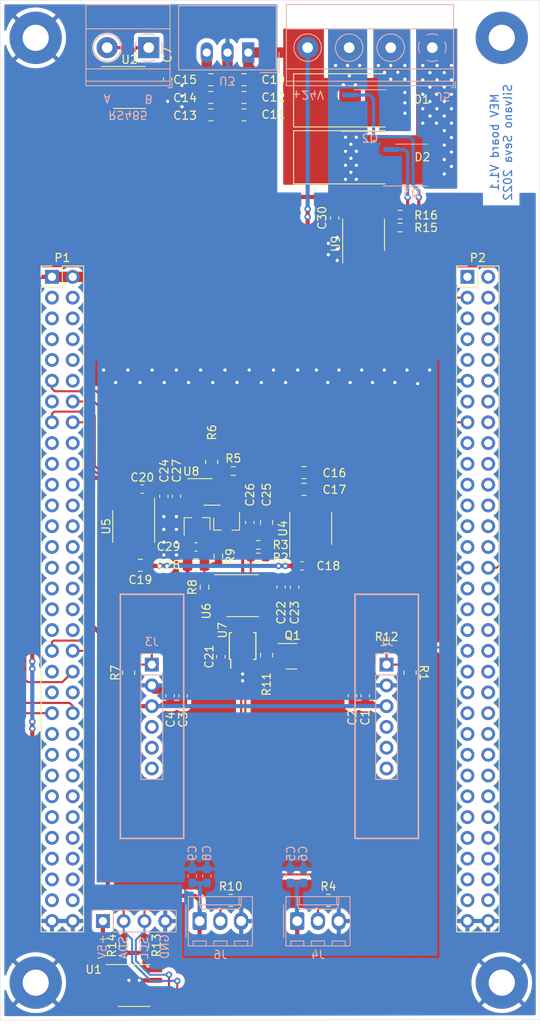
<source format=kicad_pcb>
(kicad_pcb (version 20211014) (generator pcbnew)
  (layers (0 "F.Cu" signal) (31 "B.Cu" signal) (34 "B.Paste" user) (35 "F.Paste" user) (36 "B.SilkS" user "B.Silkscreen") (37 "F.SilkS" user "F.Silkscreen") (38 "B.Mask" user) (39 "F.Mask" user) (44 "Edge.Cuts" user))
  (net 0 "")
  (net 1 "+5V")
  (net 2 "GND")
  (net 3 "Net-(C25-Pad1)")
  (net 4 "Net-(C26-Pad1)")
  (net 5 "Net-(C28-Pad1)")
  (net 6 "Net-(C29-Pad1)")
  (net 7 "+12V")
  (net 8 "+5VA")
  (net 9 "/Analog input stage/AIN_4")
  (net 11 "+24V")
  (net 12 "/High power outputs/HPO1")
  (net 13 "/High power outputs/HPO2")
  (net 16 "/Analog input stage/AIN_2")
  (net 17 "/Analog input stage/AIN_1")
  (net 21 "Net-(Q2-Pad4)")
  (net 22 "Net-(J7-Pad1)")
  (net 23 "Net-(J7-Pad2)")
  (net 24 "Net-(Q1-Pad1)")
  (net 25 "/Analog input stage/AIN_3")
  (net 32 "Net-(Q3-Pad4)")
  (net 34 "/Analog input stage/DOUT")
  (net 35 "Net-(R2-Pad2)")
  (net 37 "/MCU/SCL_1")
  (net 38 "/MCU/SDA_1")
  (net 41 "/Analog input stage/SCLK")
  (net 42 "/Analog input stage/~{CS}")
  (net 46 "Net-(R5-Pad1)")
  (net 47 "Net-(R8-Pad2)")
  (net 48 "/MCU/RS485_RXD")
  (net 49 "/MCU/RS485_TE\\~{RE}")
  (net 50 "/MCU/RS485_TXD")
  (net 52 "/Analog input stage/DIN")
  (net 58 "/High power outputs/CMD1")
  (net 59 "/High power outputs/CMD2")
  (net 84 "/MCU/PWM_OUT")
  (net 109 "/MCU/DAC_OUT")
  (net 149 "Net-(R15-Pad2)")
  (net 150 "/Analog input stage/CMD")
  (net 151 "/Analog input stage/SEL")
  (net 152 "Net-(R16-Pad2)")
  (net 157 "Net-(U6-Pad3)")
  (net 158 "Net-(U6-Pad5)")
  (footprint "Capacitor_SMD:C_0603_1608Metric_Pad1.08x0.95mm_HandSolder" (layer "F.Cu") (at 114.1476 51.0275 -90)
    (fp_text reference "C7")
    (fp_text value "100nF")
  )
  (footprint "Capacitor_SMD:C_0805_2012Metric_Pad1.18x1.45mm_HandSolder" (layer "F.Cu") (at 126.2285 105.238 90)
    (fp_text reference "C25")
    (fp_text value "330nF")
  )
  (footprint "Capacitor_SMD:C_0603_1608Metric_Pad1.08x0.95mm_HandSolder" (layer "F.Cu") (at 128.0055 113.1415 90)
    (fp_text reference "C22")
    (fp_text value "100nF")
  )
  (footprint "Capacitor_SMD:C_0603_1608Metric_Pad1.08x0.95mm_HandSolder" (layer "F.Cu") (at 129.6565 113.1755 -90)
    (fp_text reference "C23")
    (fp_text value "1μF")
  )
  (footprint "Capacitor_SMD:C_0805_2012Metric_Pad1.18x1.45mm_HandSolder" (layer "F.Cu") (at 130.8155 99.147699 180)
    (fp_text reference "C16")
    (fp_text value "4.7μF")
  )
  (footprint "Capacitor_SMD:C_0805_2012Metric_Pad1.18x1.45mm_HandSolder" (layer "F.Cu") (at 130.8155 101.205099 180)
    (fp_text reference "C17")
    (fp_text value "330nF")
  )
  (footprint "Capacitor_SMD:C_0805_2012Metric_Pad1.18x1.45mm_HandSolder" (layer "F.Cu") (at 123.4705 51.127601)
    (fp_text reference "C10")
    (fp_text value "4.7μF")
  )
  (footprint "Capacitor_SMD:C_0805_2012Metric_Pad1.18x1.45mm_HandSolder" (layer "F.Cu") (at 123.4705 53.2892)
    (fp_text reference "C12")
    (fp_text value "4.7μF")
  )
  (footprint "Capacitor_SMD:C_0603_1608Metric_Pad1.08x0.95mm_HandSolder" (layer "F.Cu") (at 130.5855 110.5535 180)
    (fp_text reference "C18")
    (fp_text value "100nF")
  )
  (footprint "Capacitor_SMD:C_0805_2012Metric_Pad1.18x1.45mm_HandSolder" (layer "F.Cu") (at 110.802 110.476099)
    (fp_text reference "C19")
    (fp_text value "330nF")
  )
  (footprint "Capacitor_SMD:C_0805_2012Metric_Pad1.18x1.45mm_HandSolder" (layer "F.Cu") (at 119.428 55.4228 180)
    (fp_text reference "C13")
    (fp_text value "10μF")
  )
  (footprint "Capacitor_SMD:C_0805_2012Metric_Pad1.18x1.45mm_HandSolder" (layer "F.Cu") (at 119.428 53.2892 180)
    (fp_text reference "C14")
    (fp_text value "10μF")
  )
  (footprint "Capacitor_SMD:C_0603_1608Metric_Pad1.08x0.95mm_HandSolder" (layer "F.Cu") (at 111.032 101.169099)
    (fp_text reference "C20")
    (fp_text value "100nF")
  )
  (footprint "Capacitor_SMD:C_0805_2012Metric_Pad1.18x1.45mm_HandSolder" (layer "F.Cu") (at 119.428 51.127601 180)
    (fp_text reference "C15")
    (fp_text value "10μF")
  )
  (footprint "Capacitor_SMD:C_0603_1608Metric_Pad1.08x0.95mm_HandSolder" (layer "F.Cu") (at 134.5692 68.0268 -90)
    (fp_text reference "C30")
    (fp_text value "100nF")
  )
  (footprint "Resistor_SMD:R_0805_2012Metric_Pad1.20x1.40mm_HandSolder" (layer "F.Cu") (at 143.789 123.6095 90)
    (fp_text reference "R1")
    (fp_text value "10kΩ")
  )
  (footprint "Resistor_SMD:R_0603_1608Metric_Pad0.98x0.95mm_HandSolder" (layer "F.Cu") (at 111.3028 156.9466 -90)
    (fp_text reference "R13")
    (fp_text value "4.7kΩ")
  )
  (footprint "Resistor_SMD:R_0603_1608Metric_Pad0.98x0.95mm_HandSolder" (layer "F.Cu") (at 108.7628 156.9466 -90)
    (fp_text reference "R14")
    (fp_text value "4.7kΩ")
  )
  (footprint "Resistor_SMD:R_0603_1608Metric_Pad0.98x0.95mm_HandSolder" (layer "F.Cu") (at 142.5721 69.1896 180)
    (fp_text reference "R15")
    (fp_text value "100Ω")
  )
  (footprint "Resistor_SMD:R_0603_1608Metric_Pad0.98x0.95mm_HandSolder" (layer "F.Cu") (at 142.5721 67.6148 180)
    (fp_text reference "R16")
    (fp_text value "100Ω")
  )
  (footprint "Package_SO:SOIC-8_3.9x4.9mm_P1.27mm" (layer "F.Cu") (at 109.474 52.07)
    (fp_text reference "U2")
    (fp_text value "ST485EBDR")
  )
  (footprint "Package_SO:SOIC-8_3.9x4.9mm_P1.27mm" (layer "F.Cu") (at 123.3065 114.1915)
    (fp_text reference "U6")
    (fp_text value "LM358")
  )
  (footprint "Package_SO:SOIC-8_3.9x4.9mm_P1.27mm" (layer "F.Cu") (at 131.6355 105.9815 90)
    (fp_text reference "U4")
    (fp_text value "L78L12_SO8")
  )
  (footprint "Package_SO:SOIC-8_3.9x4.9mm_P1.27mm" (layer "F.Cu") (at 109.982 105.7275 -90)
    (fp_text reference "U5")
    (fp_text value "L78L05_SO8")
  )
  (footprint "Package_SO:SOIC-8_3.9x4.9mm_P1.27mm" (layer "F.Cu") (at 138.0998 70.0768 90)
    (fp_text reference "U9")
    (fp_text value "FAN3217")
  )
  (footprint "Connector_PinHeader_2.54mm:PinHeader_2x32_P2.54mm_Vertical" (layer "F.Cu") (at 99.99 75.22)
    (fp_text reference "P1")
    (fp_text value " ")
  )
  (footprint "Connector_PinHeader_2.54mm:PinHeader_2x32_P2.54mm_Vertical" (layer "F.Cu") (at 150.8 75.22)
    (fp_text reference "P2")
    (fp_text value " ")
  )
  (footprint "Diode_SMD:D_SMC_Handsoldering" (layer "F.Cu") (at 136.34 60.6044)
    (fp_text reference "D2")
    (fp_text value "RS3J R7")
  )
  (footprint "Diode_SMD:D_SMC_Handsoldering" (layer "F.Cu") (at 136.34 53.6448)
    (fp_text reference "D1")
    (fp_text value "RS3J R7")
  )
  (footprint "Capacitor_SMD:C_0603_1608Metric_Pad1.08x0.95mm_HandSolder" (layer "F.Cu") (at 115.213 102.0455 -90)
    (fp_text reference "C27")
    (fp_text value "1μF")
  )
  (footprint "Package_TO_SOT_SMD:SOT-23" (layer "F.Cu") (at 121.3485 105.418 -90)
    (fp_text reference "D3" hide)
    (fp_text value "BAT54S")
  )
  (footprint "Capacitor_SMD:C_0603_1608Metric_Pad1.08x0.95mm_HandSolder" (layer "F.Cu") (at 113.673 102.0455 -90)
    (fp_text reference "C24")
    (fp_text value "100nF")
  )
  (footprint "Capacitor_SMD:C_0603_1608Metric_Pad1.08x0.95mm_HandSolder" (layer "F.Cu") (at 117.607 108.238 180)
    (fp_text reference "C29")
    (fp_text value "100nF")
  )
  (footprint "Capacitor_SMD:C_0603_1608Metric_Pad1.08x0.95mm_HandSolder" (layer "F.Cu") (at 124.1885 105.238 90)
    (fp_text reference "C26")
    (fp_text value "100nF")
  )
  (footprint "Package_SO:VSSOP-8_3.0x3.0mm_P0.65mm" (layer "F.Cu") (at 119.5685 101.508)
    (fp_text reference "U8")
    (fp_text value "ADC122S021")
  )
  (footprint "Resistor_SMD:R_0805_2012Metric_Pad1.20x1.40mm_HandSolder" (layer "F.Cu") (at 119.5225 97.8408 90)
    (fp_text reference "R6")
    (fp_text value "dnm")
  )
  (footprint "Resistor_SMD:R_0603_1608Metric_Pad0.98x0.95mm_HandSolder" (layer "F.Cu") (at 122.1641 98.9584 180)
    (fp_text reference "R5")
    (fp_text value "100Ω")
  )
  (footprint "Resistor_SMD:R_0603_1608Metric_Pad0.98x0.95mm_HandSolder" (layer "F.Cu") (at 125.2085 107.988)
    (fp_text reference "R3")
    (fp_text value "39kΩ")
  )
  (footprint "Resistor_SMD:R_0603_1608Metric_Pad0.98x0.95mm_HandSolder" (layer "F.Cu") (at 120.3405 109.347 -90)
    (fp_text reference "R9")
    (fp_text value "39kΩ")
  )
  (footprint "Resistor_SMD:R_0603_1608Metric_Pad0.98x0.95mm_HandSolder" (layer "F.Cu") (at 125.2085 109.528 180)
    (fp_text reference "R2")
    (fp_text value "15kΩ")
  )
  (footprint "Resistor_SMD:R_0603_1608Metric_Pad0.98x0.95mm_HandSolder" (layer "F.Cu") (at 118.6445 113.157 -90)
    (fp_text reference "R8")
    (fp_text value "15kΩ")
  )
  (footprint "Package_TO_SOT_SMD:SOT-23" (layer "F.Cu") (at 117.737 105.418 90)
    (fp_text reference "D4" hide)
    (fp_text value "BAT54S")
  )
  (footprint "Capacitor_SMD:C_0805_2012Metric_Pad1.18x1.45mm_HandSolder" (layer "F.Cu") (at 117.607 110.4265 180)
    (fp_text reference "C28")
    (fp_text value "330nF")
  )
  (footprint "Capacitor_SMD:C_0805_2012Metric_Pad1.18x1.45mm_HandSolder" (layer "F.Cu") (at 123.4705 55.4228)
    (fp_text reference "C11")
    (fp_text value "4.7μF")
  )
  (footprint "MountingHole:MountingHole_3.2mm_M3_Pad_TopBottom" (layer "F.Cu") (at 155 46)
    (fp_text reference "H1" hide)
    (fp_text value " ")
  )
  (footprint "MountingHole:MountingHole_3.2mm_M3_Pad_TopBottom" (layer "F.Cu") (at 98 46)
    (fp_text reference "H2" hide)
    (fp_text value " ")
  )
  (footprint "MountingHole:MountingHole_3.2mm_M3_Pad_TopBottom" (layer "F.Cu") (at 155 161.5)
    (fp_text reference "H3" hide)
    (fp_text value " ")
  )
  (footprint "MountingHole:MountingHole_3.2mm_M3_Pad_TopBottom" (layer "F.Cu") (at 98 161.5)
    (fp_text reference "H4" hide)
    (fp_text value " ")
  )
  (footprint "Package_SO:SOIC-8_3.9x4.9mm_P1.27mm" (layer "F.Cu") (at 110.0328 161.8488)
    (fp_text reference "U1")
    (fp_text value "M24C01-FMN")
  )
  (footprint "Capacitor_SMD:C_0603_1608Metric_Pad1.08x0.95mm_HandSolder" (layer "F.Cu") (at 120.65 121.651 90)
    (fp_text reference "C21")
    (fp_text value "100nF")
  )
  (footprint "Resistor_SMD:R_0603_1608Metric_Pad0.98x0.95mm_HandSolder" (layer "F.Cu") (at 140.9065 120.6525)
    (fp_text reference "R12")
    (fp_text value "4.7kΩ")
  )
  (footprint "Capacitor_SMD:C_0603_1608Metric_Pad1.08x0.95mm_HandSolder" (layer "F.Cu") (at 114.452 126.4285 90)
    (fp_text reference "C4")
    (fp_text value "1μF")
  )
  (footprint "Resistor_SMD:R_0805_2012Metric_Pad1.20x1.40mm_HandSolder" (layer "F.Cu") (at 121.8565 151.4475 180)
    (fp_text reference "R10")
    (fp_text value "10kΩ")
  )
  (footprint "Resistor_SMD:R_0805_2012Metric_Pad1.20x1.40mm_HandSolder" (layer "F.Cu") (at 126.238 121.451 90)
    (fp_text reference "R11")
    (fp_text value "10kΩ")
  )
  (footprint "Package_TO_SOT_SMD:SOT-23" (layer "F.Cu") (at 129.286 121.6025)
    (fp_text reference "Q1")
    (fp_text value "MMBT3904")
  )
  (footprint "Capacitor_SMD:C_0603_1608Metric_Pad1.08x0.95mm_HandSolder" (layer "F.Cu") (at 136.7405 126.4285 90)
    (fp_text reference "C2")
    (fp_text value "1μF")
  )
  (footprint "Resistor_SMD:R_0805_2012Metric_Pad1.20x1.40mm_HandSolder" (layer "F.Cu") (at 133.7945 151.4475 180)
    (fp_text reference "R4")
    (fp_text value "10kΩ")
  )
  (footprint "Capacitor_SMD:C_0603_1608Metric_Pad1.08x0.95mm_HandSolder" (layer "F.Cu") (at 138.304 126.4285 -90)
    (fp_text reference "C1")
    (fp_text value "10nF")
  )
  (footprint "Package_SO:TSSOP-10_3x3mm_P0.5mm" (layer "F.Cu") (at 123.3065 120.351 90)
    (fp_text reference "U7")
    (fp_text value "74LVC2G3157")
  )
  (footprint "Resistor_SMD:R_0805_2012Metric_Pad1.20x1.40mm_HandSolder" (layer "F.Cu") (at 109.372 123.6185 90)
    (fp_text reference "R7")
    (fp_text value "10kΩ")
  )
  (footprint "Capacitor_SMD:C_0603_1608Metric_Pad1.08x0.95mm_HandSolder" (layer "F.Cu") (at 116.0395 126.4285 -90)
    (fp_text reference "C3")
    (fp_text value "10nF")
  )
  (footprint "TerminalBlock_Phoenix:TerminalBlock_Phoenix_MKDS-1,5-2-5.08_1x02_P5.08mm_Horizontal" (layer "B.Cu") (at 111.8235 47.2 180)
    (fp_text reference "J7" hide)
    (fp_text value " ")
  )
  (footprint "Package_SO:SOIC-8_3.9x4.9mm_P1.27mm" (layer "B.Cu") (at 138.8815 54.9021)
    (fp_text reference "Q2")
    (fp_text value "DMN4800LSS")
  )
  (footprint "Package_SO:SOIC-8_3.9x4.9mm_P1.27mm" (layer "B.Cu") (at 143.9615 61.5569)
    (fp_text reference "Q3")
    (fp_text value "DMN4800LSS")
  )
  (footprint "Converter_DCDC:Converter_DCDC_TRACO_TSR-1_THT" (layer "B.Cu") (at 124 47.8 180)
    (fp_text reference "U3")
    (fp_text value "TSR_1-2450")
  )
  (footprint "Connector_PinHeader_2.54mm:PinHeader_1x04_P2.54mm_Vertical" (layer "B.Cu") (at 106.222798 153.9748 -90)
    (fp_text reference "J2" hide)
    (fp_text value " ")
  )
  (footprint "TerminalBlock_Phoenix:TerminalBlock_Phoenix_MKDS-1,5-4-5.08_1x04_P5.08mm_Horizontal" (layer "B.Cu") (at 146.5 47.2 180)
    (fp_text reference "J5")
    (fp_text value " ")
  )
  (footprint "Connector_PinSocket_2.54mm:PinSocket_1x06_P2.54mm_Vertical" (layer "B.Cu") (at 140.9065 122.6185 180)
    (fp_text reference "J1")
    (fp_text value " ")
  )
  (footprint "Capacitor_SMD:C_0603_1608Metric_Pad1.08x0.95mm_HandSolder" (layer "B.Cu") (at 118.9415 148.463 -90)
    (fp_text reference "C8")
    (fp_text value "10nF")
  )
  (footprint "Capacitor_SMD:C_0603_1608Metric_Pad1.08x0.95mm_HandSolder" (layer "B.Cu") (at 129.135 148.463 -90)
    (fp_text reference "C5")
    (fp_text value "10nF")
  )
  (footprint "Capacitor_SMD:C_0603_1608Metric_Pad1.08x0.95mm_HandSolder" (layer "B.Cu") (at 130.7465 148.463 90)
    (fp_text reference "C6")
    (fp_text value "1μF")
  )
  (footprint "Connector_Molex:Molex_KK-254_AE-6410-03A_1x03_P2.54mm_Vertical" (layer "B.Cu") (at 118.0465 153.9748)
    (fp_text reference "J6")
    (fp_text value " ")
  )
  (footprint "Connector_PinSocket_2.54mm:PinSocket_1x06_P2.54mm_Vertical" (layer "B.Cu") (at 112.2045 122.6185 180)
    (fp_text reference "J3")
    (fp_text value " ")
  )
  (footprint "Connector_Molex:Molex_KK-254_AE-6410-03A_1x03_P2.54mm_Vertical" (layer "B.Cu") (at 129.9845 153.9748)
    (fp_text reference "J4")
    (fp_text value " ")
  )
  (footprint "Capacitor_SMD:C_0603_1608Metric_Pad1.08x0.95mm_HandSolder" (layer "B.Cu") (at 117.1575 148.463 90)
    (fp_text reference "C9")
    (fp_text value "1μF")
  )
  (gr_rect (start 108.3545 143.8685) (end 116.1045 114.0185) (layer "B.SilkS") (width 0.2) (fill none))
  (gr_rect (start 137.0565 143.8685) (end 144.8065 114.0185) (layer "B.SilkS") (width 0.2) (fill none))
  (gr_line (start 93.66 166.1) (end 93.66 41.4) (layer "Edge.Cuts") (width 0.05))
  (gr_line (start 159.66 41.4) (end 159.66 166) (layer "Edge.Cuts") (width 0.05))
  (gr_line (start 159.66 166) (end 93.66 166.1) (layer "Edge.Cuts") (width 0.05))
  (gr_line (start 93.66 41.4) (end 159.66 41.4) (layer "Edge.Cuts") (width 0.05))
  (gr_text "MEV board V1.1\nSilvano Seva 2022\n" (at 154.9325 58.7756 90) (layer "B.Cu") (effects (font (size 1 1)) (justify mirror)))
  (gr_text "SDA" (at 108.6953 157.218047 90) (layer "B.SilkS") (effects (font (size 1 1)) (justify mirror)))
  (gr_text "B" (at 111.8235 53.467 180) (layer "B.SilkS") (effects (font (size 1 1)) (justify mirror)))
  (gr_text "RS485" (at 109.2785 55.4355 180) (layer "B.SilkS") (effects (font (size 1 1)) (justify mirror)))
  (gr_text "+24V" (at 131.2545 52.959 180) (layer "B.SilkS") (effects (font (size 1 1)) (justify mirror)))
  (gr_text "+5V" (at 106.1553 157.099 90) (layer "B.SilkS") (effects (font (size 1 1)) (justify mirror)))
  (gr_text "SCL" (at 111.2353 157.241857 90) (layer "B.SilkS") (effects (font (size 1 1)) (justify mirror)))
  (gr_text "GND" (at 113.7753 157.099 90) (layer "B.SilkS") (effects (font (size 1 1)) (justify mirror)))
  (gr_text "A" (at 106.743501 53.4035 180) (layer "B.SilkS") (effects (font (size 1 1)) (justify mirror)))
  (segment (start 97.5868 123.1392) (end 97.5868 123.1392) (width 0.508) (layer "F.Cu") (net 1))
  (segment (start 97.5868 122.2248) (end 97.5868 123.1392) (width 0.508) (layer "F.Cu") (net 1))
  (segment (start 118.618 65.4558) (end 118.3905 65.2283) (width 0.508) (layer "F.Cu") (net 1))
  (segment (start 111.3028 159.7152) (end 111.3028 157.8591) (width 0.508) (layer "F.Cu") (net 1))
  (segment (start 138.7348 66.0654) (end 138.1252 65.4558) (width 0.508) (layer "F.Cu") (net 1))
  (segment (start 98.1096 75.22) (end 97.5868 75.7428) (width 0.508) (layer "F.Cu") (net 1))
  (segment (start 111.5314 159.9438) (end 111.3028 159.7152) (width 0.508) (layer "F.Cu") (net 1))
  (segment (start 118.3905 55.4228) (end 118.3905 53.2892) (width 1.27) (layer "F.Cu") (net 1))
  (segment (start 118.3905 74.5479) (end 117.7184 75.22) (width 1.27) (layer "F.Cu") (net 1))
  (segment (start 106.2101 156.337) (end 106.2228 156.3497) (width 0.508) (layer "F.Cu") (net 1))
  (segment (start 108.7628 157.8591) (end 106.4495 157.8591) (width 0.508) (layer "F.Cu") (net 1))
  (segment (start 117.7184 75.22) (end 102.53 75.22) (width 1.27) (layer "F.Cu") (net 1))
  (segment (start 138.7348 67.6018) (end 138.7348 66.0654) (width 0.508) (layer "F.Cu") (net 1))
  (segment (start 97.5868 129.5908) (end 97.5868 130.4544) (width 0.508) (layer "F.Cu") (net 1))
  (segment (start 118.3905 51.127601) (end 118.3905 50.1639) (width 1.27) (layer "F.Cu") (net 1))
  (segment (start 134.5692 67.1643) (end 134.5692 65.4558) (width 0.508) (layer "F.Cu") (net 1))
  (segment (start 97.5868 155.8163) (end 98.1075 156.337) (width 0.508) (layer "F.Cu") (net 1))
  (segment (start 97.5868 75.7428) (end 97.5868 122.2248) (width 0.508) (layer "F.Cu") (net 1))
  (segment (start 118.3905 64.0345) (end 118.3905 57.0219) (width 0.508) (layer "F.Cu") (net 1))
  (segment (start 134.5692 65.4558) (end 118.618 65.4558) (width 0.508) (layer "F.Cu") (net 1))
  (segment (start 118.3905 55.4228) (end 118.3905 65.2283) (width 1.27) (layer "F.Cu") (net 1))
  (segment (start 138.1252 65.4558) (end 134.5692 65.4558) (width 0.508) (layer "F.Cu") (net 1))
  (segment (start 97.5868 154.6733) (end 97.5868 155.8163) (width 0.508) (layer "F.Cu") (net 1))
  (segment (start 118.3894 50.165) (end 118.3905 50.1639) (width 0.381) (layer "F.Cu") (net 1))
  (segment (start 118.3905 65.2283) (end 118.3905 74.5479) (width 1.27) (layer "F.Cu") (net 1))
  (segment (start 98.1075 156.337) (end 106.2101 156.337) (width 0.508) (layer "F.Cu") (net 1))
  (segment (start 99.99 75.22) (end 98.1096 75.22) (width 0.508) (layer "F.Cu") (net 1))
  (segment (start 118.3905 53.2892) (end 118.3905 51.127601) (width 1.27) (layer "F.Cu") (net 1))
  (segment (start 118.3905 50.1639) (end 118.92 49.6344) (width 1.27) (layer "F.Cu") (net 1))
  (segment (start 106.2228 153.9748) (end 106.2228 156.3497) (width 0.508) (layer "F.Cu") (net 1))
  (segment (start 102.53 75.22) (end 99.99 75.22) (width 1.27) (layer "F.Cu") (net 1))
  (segment (start 106.2228 157.6324) (end 106.4495 157.8591) (width 0.508) (layer "F.Cu") (net 1))
  (segment (start 112.5078 159.9438) (end 111.5314 159.9438) (width 0.508) (layer "F.Cu") (net 1))
  (segment (start 118.3905 55.4228) (end 118.3905 57.0219) (width 1.27) (layer "F.Cu") (net 1))
  (segment (start 111.949 50.165) (end 114.1476 50.165) (width 0.381) (layer "F.Cu") (net 1))
  (segment (start 97.5868 130.4544) (end 97.5868 154.6733) (width 0.508) (layer "F.Cu") (net 1))
  (segment (start 114.1476 50.165) (end 118.3894 50.165) (width 0.381) (layer "F.Cu") (net 1))
  (segment (start 106.2228 156.3497) (end 106.2228 157.6324) (width 0.508) (layer "F.Cu") (net 1))
  (segment (start 118.92 49.6344) (end 118.92 47.8) (width 1.27) (layer "F.Cu") (net 1))
  (segment (start 111.3028 157.8591) (end 108.7628 157.8591) (width 0.508) (layer "F.Cu") (net 1))
  (via (at 97.5868 122.2248) (size 0.8) (drill 0.4) (layers "F.Cu" "B.Cu") (net 1))
  (via (at 97.5868 130.4544) (size 0.8) (drill 0.4) (layers "F.Cu" "B.Cu") (net 1))
  (via (at 97.5868 129.5908) (size 0.8) (drill 0.4) (layers "F.Cu" "B.Cu") (net 1))
  (via (at 97.5868 123.1392) (size 0.8) (drill 0.4) (layers "F.Cu" "B.Cu") (net 1))
  (segment (start 97.5868 122.2248) (end 97.5868 129.5908) (width 0.508) (layer "B.Cu") (net 1))
  (segment (start 109.2962 161.2138) (end 107.5578 161.2138) (width 0.508) (layer "F.Cu") (net 2))
  (segment (start 110.4646 161.2138) (end 109.2962 161.2138) (width 0.508) (layer "F.Cu") (net 2))
  (segment (start 112.5078 161.2138) (end 110.4646 161.2138) (width 0.508) (layer "F.Cu") (net 2))
  (segment (start 121.46 47.8) (end 121.46 55.1716) (width 1.27) (layer "F.Cu") (net 2))
  (segment (start 121.666 53.2892) (end 120.4655 53.2892) (width 1.27) (layer "F.Cu") (net 2))
  (segment (start 107.5578 162.4838) (end 107.5578 161.2138) (width 0.508) (layer "F.Cu") (net 2))
  (segment (start 123.3065 123.772) (end 123.3065 124.5975) (width 0.254) (layer "F.Cu") (net 2))
  (segment (start 121.46 55.1716) (end 121.2088 55.4228) (width 1.27) (layer "F.Cu") (net 2))
  (segment (start 107.5578 163.7538) (end 107.5578 162.4838) (width 0.508) (layer "F.Cu") (net 2))
  (segment (start 122.433 53.2892) (end 122.433 51.127601) (width 1.27) (layer "F.Cu") (net 2))
  (segment (start 122.433 53.2892) (end 121.666 53.2892) (width 1.27) (layer "F.Cu") (net 2))
  (segment (start 121.2088 55.4228) (end 122.433 55.4228) (width 1.27) (layer "F.Cu") (net 2))
  (segment (start 117.3685 101.833) (end 116.288 101.833) (width 0.381) (layer "F.Cu") (net 2))
  (segment (start 122.433 55.4228) (end 122.433 53.2892) (width 1.27) (layer "F.Cu") (net 2))
  (segment (start 120.4655 53.2892) (end 120.4655 55.4228) (width 1.27) (layer "F.Cu") (net 2))
  (segment (start 120.4655 51.127601) (end 120.4655 53.2892) (width 1.27) (layer "F.Cu") (net 2))
  (segment (start 123.3065 122.501) (end 123.3065 123.772) (width 0.254) (layer "F.Cu") (net 2))
  (segment (start 120.4655 51.127601) (end 122.433 51.127601) (width 1.27) (layer "F.Cu") (net 2))
  (segment (start 107.5578 159.9438) (end 107.5578 161.2138) (width 0.508) (layer "F.Cu") (net 2))
  (segment (start 112.612 125.566) (end 112.2045 125.1585) (width 1.27) (layer "F.Cu") (net 2))
  (segment (start 116.288 101.833) (end 115.213 102.908) (width 0.381) (layer "F.Cu") (net 2))
  (segment (start 120.4655 55.4228) (end 121.2088 55.4228) (width 1.27) (layer "F.Cu") (net 2))
  (segment (start 114.452 125.566) (end 112.612 125.566) (width 1.27) (layer "F.Cu") (net 2))
  (via (at 134.874 70.4215) (size 0.8) (drill 0.4) (layers "F.Cu" "B.Cu") (net 2))
  (via (at 130.048 86.614) (size 0.8) (drill 0.4) (layers "F.Cu" "B.Cu") (net 2))
  (via (at 110.666133 161.2138) (size 0.8) (drill 0.4) (layers "F.Cu" "B.Cu") (net 2))
  (via (at 137.2108 63.2968) (size 0.8) (drill 0.4) (layers "F.Cu" "B.Cu") (net 2))
  (via (at 141.9225 88.138) (size 0.8) (drill 0.4) (layers "F.Cu" "B.Cu") (net 2))
  (via (at 113.673 107.653666) (size 0.8) (drill 0.4) (layers "F.Cu" "B.Cu") (net 2))
  (via (at 109.267625 86.614) (size 0.8) (drill 0.4) (layers "F.Cu" "B.Cu") (net 2))
  (via (at 136.453033 88.138) (size 0.8) (drill 0.4) (layers "F.Cu" "B.Cu") (net 2))
  (via (at 124.11075 86.614) (size 0.8) (drill 0.4) (layers "F.Cu" "B.Cu") (net 2))
  (via (at 113.673 109.22) (size 0.8) (drill 0.4) (layers "F.Cu" "B.Cu") (net 2))
  (via (at 135.89 58.1533) (size 0.8) (drill 0.4) (layers "F.Cu" "B.Cu") (net 2))
  (via (at 140.6398 86.614) (size 0.8) (drill 0.4) (layers "F.Cu" "B.Cu") (net 2))
  (via (at 121.142125 86.614) (size 0.8) (drill 0.4) (layers "F.Cu" "B.Cu") (net 2))
  (via (at 137.2108 59.8678) (size 0.8) (drill 0.4) (layers "F.Cu" "B.Cu") (net 2))
  (via (at 135.89 63.2968) (size 0.8) (drill 0.4) (layers "F.Cu" "B.Cu") (net 2))
  (via (at 136.5504 60.72505) (size 0.8) (drill 0.4) (layers "F.Cu" "B.Cu") (net 2))
  (via (at 115.8875 53.11775) (size 0.8) (drill 0.4) (layers "F.Cu" "B.Cu") (net 2))
  (via (at 137.2108 61.5823) (size 0.8) (drill 0.4) (layers "F.Cu" "B.Cu") (net 2))
  (via (at 134.6708 49.3776) (size 0.8) (drill 0.4) (layers "F.Cu" "B.Cu") (net 2))
  (via (at 125.595062 88.138) (size 0.8) (drill 0.4) (layers "F.Cu" "B.Cu") (net 2))
  (via (at 106.299 86.614) (size 0.8) (drill 0.4) (layers "F.Cu" "B.Cu") (net 2))
  (via (at 136.36625 50.6476) (size 0.8) (drill 0.4) (layers "F.Cu" "B.Cu") (net 2))
  (via (at 116.689187 88.138) (size 0.8) (drill 0.4) (layers "F.Cu" "B.Cu") (net 2))
  (via (at 135.89 61.5823) (size 0.8) (drill 0.4) (layers "F.Cu" "B.Cu") (net 2))
  (via (at 132.334 86.614) (size 0.8) (drill 0.4) (layers "F.Cu" "B.Cu") (net 2))
  (via (at 118.1735 86.614) (size 0.8) (drill 0.4) (layers "F.Cu" "B.Cu") (net 2))
  (via (at 133.7945 72.517) (size 0.8) (drill 0.4) (layers "F.Cu" "B.Cu") (net 2))
  (via (at 136.5504 59.01055) (size 0.8) (drill 0.4) (layers "F.Cu" "B.Cu") (net 2))
  (via (at 115.213 109.22) (size 0.8) (drill 0.4) (layers "F.Cu" "B.Cu") (net 2))
  (via (at 123.3065 124.5975) (size 0.8) (drill 0.4) (layers "F.Cu" "B.Cu") (net 2))
  (via (at 137.8712 86.614) (size 0.8) (drill 0.4) (layers "F.Cu" "B.Cu") (net 2))
  (via (at 137.6172 49.3776) (size 0.8) (drill 0.4) (layers "F.Cu" "B.Cu") (net 2))
  (via (at 133.7945 71.12) (size 0.8) (drill 0.4) (layers "F.Cu" "B.Cu") (net 2))
  (via (at 119.657812 88.138) (size 0.8) (drill 0.4) (layers "F.Cu" "B.Cu") (net 2))
  (via (at 114.1476 53.768625) (size 0.8) (drill 0.4) (layers "F.Cu" "B.Cu") (net 2))
  (via (at 115.204875 86.614) (size 0.8) (drill 0.4) (layers "F.Cu" "B.Cu") (net 2))
  (via (at 122.626437 88.138) (size 0.8) (drill 0.4) (layers "F.Cu" "B.Cu") (net 2))
  (via (at 134.874 73.2155) (size 0.8) (drill 0.4) (layers "F.Cu" "B.Cu") (net 2))
  (via (at 136.144 49.3776) (size 0.8) (drill 0.4) (layers "F.Cu" "B.Cu") (net 2))
  (via (at 137.0965 51.7525) (size 0.8) (drill 0.4) (layers "F.Cu" "B.Cu") (net 2))
  (via (at 115.213 106.087333) (size 0.8) (drill 0.4) (layers "F.Cu" "B.Cu") (net 2))
  (via (at 115.8875 51.816) (size 0.8) (drill 0.4) (layers "F.Cu" "B.Cu") (net 2))
  (via (at 135.636 51.7398) (size 0.8) (drill 0.4) (layers "F.Cu" "B.Cu") (net 2))
  (via (at 109.399466 161.2138) (size 0.8) (drill 0.4) (layers "F.Cu" "B.Cu") (net 2))
  (via (at 135.89 59.8678) (size 0.8) (drill 0.4) (layers "F.Cu" "B.Cu") (net 2))
  (via (at 135.085666 86.614) (size 0.8) (drill 0.4) (layers "F.Cu" "B.Cu") (net 2))
  (via (at 134.874 71.8185) (size 0.8) (drill 0.4) (layers "F.Cu" "B.Cu") (net 2))
  (via (at 115.8875 54.4195) (size 0.8) (drill 0.4) (layers "F.Cu" "B.Cu") (net 2))
  (via (at 110.751937 88.138) (size 0.8) (drill 0.4) (layers "F.Cu" "B.Cu") (net 2))
  (via (at 133.7183 88.138) (size 0.8) (drill 0.4) (layers "F.Cu" "B.Cu") (net 2))
  (via (at 115.213 107.653666) (size 0.8) (drill 0.4) (layers "F.Cu" "B.Cu") (net 2))
  (via (at 137.2108 58.1533) (size 0.8) (drill 0.4) (layers "F.Cu" "B.Cu") (net 2))
  (via (at 139.187766 88.138) (size 0.8) (drill 0.4) (layers "F.Cu" "B.Cu") (net 2))
  (via (at 113.673 104.521) (size 0.8) (drill 0.4) (layers "F.Cu" "B.Cu") (net 2))
  (via (at 128.563687 88.138) (size 0.8) (drill 0.4) (layers "F.Cu" "B.Cu") (net 2))
  (via (at 136.5504 62.43955) (size 0.8) (drill 0.4) (layers "F.Cu" "B.Cu") (net 2))
  (via (at 144.7165 88.265) (size 0.8) (drill 0.4) (layers "F.Cu" "B.Cu") (net 2))
  (via (at 127.079375 86.614) (size 0.8) (drill 0.4) (layers "F.Cu" "B.Cu") (net 2))
  (via (at 113.673 106.087333) (size 0.8) (drill 0.4) (layers "F.Cu" "B.Cu") (net 2))
  (via (at 107.783312 88.138) (size 0.8) (drill 0.4) (layers "F.Cu" "B.Cu") (net 2))
  (via (at 143.4084 86.614) (size 0.8) (drill 0.4) (layers "F.Cu" "B.Cu") (net 2))
  (via (at 146.177 86.614) (size 0.8) (drill 0.4) (layers "F.Cu" "B.Cu") (net 2))
  (via (at 123.3065 123.772) (size 0.8) (drill 0.4) (layers "F.Cu" "B.Cu") (net 2))
  (via (at 115.213 104.521) (size 0.8) (drill 0.4) (layers "F.Cu" "B.Cu") (net 2))
  (via (at 113.720562 88.138) (size 0.8) (drill 0.4) (layers "F.Cu" "B.Cu") (net 2))
  (via (at 112.23625 86.614) (size 0.8) (drill 0.4) (layers "F.Cu" "B.Cu") (net 2))
  (segment (start 135.89 66.04) (end 135.89 63.2968) (width 0.762) (layer "B.Cu") (net 2))
  (segment (start 134.874 70.4215) (end 134.874 67.056) (width 0.762) (layer "B.Cu") (net 2))
  (segment (start 134.874 67.056) (end 135.89 66.04) (width 0.762) (layer "B.Cu") (net 2))
  (segment (start 126.121 106.383) (end 126.2285 106.2755) (width 0.254) (layer "F.Cu") (net 3))
  (segment (start 126.121 109.528) (end 126.121 107.988) (width 0.254) (layer "F.Cu") (net 3))
  (segment (start 126.121 107.988) (end 126.121 106.383) (width 0.254) (layer "F.Cu") (net 3))
  (segment (start 124.296 107.988) (end 124.296 106.383) (width 0.254) (layer "F.Cu") (net 4))
  (segment (start 124.296 106.383) (end 124.1885 106.2755) (width 0.254) (layer "F.Cu") (net 4))
  (segment (start 124.046 106.418) (end 121.3485 106.418) (width 0.254) (layer "F.Cu") (net 4))
  (segment (start 121.7685 102.483) (end 121.7685 103.1565) (width 0.254) (layer "F.Cu") (net 4))
  (segment (start 121.3485 106.418) (end 121.3485 103.5765) (width 0.254) (layer "F.Cu") (net 4))
  (segment (start 121.3485 103.5765) (end 121.7685 103.1565) (width 0.254) (layer "F.Cu") (net 4))
  (segment (start 124.1885 106.2755) (end 124.046 106.418) (width 0.254) (layer "F.Cu") (net 4))
  (segment (start 119.4515 110.4265) (end 119.642 110.236) (width 0.254) (layer "F.Cu") (net 5))
  (segment (start 118.6445 110.4265) (end 119.4515 110.4265) (width 0.254) (layer "F.Cu") (net 5))
  (segment (start 118.6445 112.2445) (end 118.6445 110.4265) (width 0.254) (layer "F.Cu") (net 5))
  (segment (start 120.317 110.236) (end 120.3405 110.2595) (width 0.254) (layer "F.Cu") (net 5))
  (segment (start 119.642 110.236) (end 120.317 110.236) (width 0.254) (layer "F.Cu") (net 5))
  (segment (start 117.737 104.41) (end 117.737 108.0135) (width 0.254) (layer "F.Cu") (net 6))
  (segment (start 117.737 103.513) (end 117.3685 103.1445) (width 0.254) (layer "F.Cu") (net 6))
  (segment (start 117.737 104.41) (end 117.737 103.513) (width 0.254) (layer "F.Cu") (net 6))
  (segment (start 117.737 108.0135) (end 117.9615 108.238) (width 0.254) (layer "F.Cu") (net 6))
  (segment (start 118.6445 108.238) (end 119.422 108.238) (width 0.254) (layer "F.Cu") (net 6))
  (segment (start 119.6185 108.4345) (end 120.3405 108.4345) (width 0.254) (layer "F.Cu") (net 6))
  (segment (start 119.422 108.238) (end 119.6185 108.4345) (width 0.254) (layer "F.Cu") (net 6))
  (segment (start 117.9615 108.238) (end 118.6445 108.238) (width 0.254) (layer "F.Cu") (net 6))
  (segment (start 117.3685 103.1445) (end 117.3685 102.483) (width 0.254) (layer "F.Cu") (net 6))
  (segment (start 113.2205 110.5535) (end 111.916901 110.5535) (width 0.508) (layer "F.Cu") (net 7))
  (segment (start 129.723 108.464) (end 129.7305 108.4565) (width 0.508) (layer "F.Cu") (net 7))
  (segment (start 129.723 110.5535) (end 128.524 110.5535) (width 0.508) (layer "F.Cu") (net 7))
  (segment (start 129.6225 112.279) (end 129.6565 112.313) (width 0.508) (layer "F.Cu") (net 7))
  (segment (start 129.723 110.5535) (end 129.723 108.464) (width 0.508) (layer "F.Cu") (net 7))
  (segment (start 129.6565 112.313) (end 129.6565 110.62) (width 0.508) (layer "F.Cu") (net 7))
  (segment (start 114.046 110.5535) (end 113.2205 110.5535) (width 0.508) (layer "F.Cu") (net 7))
  (segment (start 111.887 108.2025) (end 111.887 110.428599) (width 0.508) (layer "F.Cu") (net 7))
  (segment (start 129.6565 110.62) (end 129.723 110.5535) (width 0.508) (layer "F.Cu") (net 7))
  (segment (start 128.0055 112.279) (end 129.6225 112.279) (width 0.508) (layer "F.Cu") (net 7))
  (segment (start 111.916901 110.5535) (end 111.8395 110.476099) (width 0.508) (layer "F.Cu") (net 7))
  (segment (start 125.7815 112.2865) (end 127.998 112.2865) (width 0.508) (layer "F.Cu") (net 7))
  (segment (start 111.887 110.428599) (end 111.8395 110.476099) (width 0.508) (layer "F.Cu") (net 7))
  (segment (start 127.998 112.2865) (end 128.0055 112.279) (width 0.508) (layer "F.Cu") (net 7))
  (via (at 128.524 110.5535) (size 0.8) (drill 0.4) (layers "F.Cu" "B.Cu") (net 7))
  (via (at 114.046 110.5535) (size 0.8) (drill 0.4) (layers "F.Cu" "B.Cu") (net 7))
  (via (at 127.6985 110.5535) (size 0.8) (drill 0.4) (layers "F.Cu" "B.Cu") (net 7))
  (via (at 113.2205 110.5535) (size 0.8) (drill 0.4) (layers "F.Cu" "B.Cu") (net 7))
  (segment (start 128.524 110.5535) (end 127.6985 110.5535) (width 0.508) (layer "B.Cu") (net 7))
  (segment (start 127.6985 110.5535) (end 114.046 110.5535) (width 0.508) (layer "B.Cu") (net 7))
  (segment (start 104.902 117.856) (end 104.902 100.1395) (width 0.508) (layer "F.Cu") (net 8))
  (segment (start 104.902 100.1395) (end 105.25962 99.78188) (width 0.508) (layer "F.Cu") (net 8))
  (segment (start 113.673 101.183) (end 111.908401 101.183) (width 0.508) (layer "F.Cu") (net 8))
  (segment (start 106.807 119.761) (end 104.902 117.856) (width 0.508) (layer "F.Cu") (net 8))
  (segment (start 120.678978 107.3785) (end 122.8725 107.3785) (width 0.381) (layer "F.Cu") (net 8))
  (segment (start 106.807 149.9235) (end 107.7595 150.876) (width 0.508) (layer "F.Cu") (net 8))
  (segment (start 106.807 132.08) (end 106.807 127.381) (width 0.508) (layer "F.Cu") (net 8))
  (segment (start 120.3985 102.6185) (end 120.3985 104.418) (width 0.381) (layer "F.Cu") (net 8))
  (segment (start 111.40238 99.78188) (end 111.8945 100.274) (width 0.508) (layer "F.Cu") (net 8))
  (segment (start 136.7405 127.291) (end 138.304 127.291) (width 0.508) (layer "F.Cu") (net 8))
  (segment (start 120.3985 107.098022) (end 120.678978 107.3785) (width 0.381) (layer "F.Cu") (net 8))
  (segment (start 123.317 117.221) (end 123.317 117.475) (width 0.381) (layer "F.Cu") (net 8))
  (segment (start 106.807 127.381) (end 106.807 119.761) (width 0.508) (layer "F.Cu") (net 8))
  (segment (start 107.7595 150.876) (end 117.475 150.876) (width 0.508) (layer "F.Cu") (net 8))
  (segment (start 123.317 119.1895) (end 123.3065 119.179) (width 0.254) (layer "F.Cu") (net 8))
  (segment (start 122.8725 107.3785) (end 123.317 107.823) (width 0.381) (layer "F.Cu") (net 8))
  (segment (start 123.3065 118.201) (end 123.3065 117.2315) (width 0.254) (layer "F.Cu") (net 8))
  (segment (start 107.1245 127.6985) (end 106.807 127.381) (width 0.508) (layer "F.Cu") (net 8))
  (segment (start 117.3685 101.183) (end 118.963 101.183) (width 0.381) (layer "F.Cu") (net 8))
  (segment (start 111.8945 100.274) (end 111.8945 101.169099) (width 0.508) (layer "F.Cu") (net 8))
  (segment (start 123.317 107.823) (end 123.317 117.221) (width 0.381) (layer "F.Cu") (net 8))
  (segment (start 113.6915 127.291) (end 113.284 127.6985) (width 0.508) (layer "F.Cu") (net 8))
  (segment (start 112.2045 127.6985) (end 107.1245 127.6985) (width 0.508) (layer "F.Cu") (net 8))
  (segment (start 111.887 101.176599) (end 111.8945 101.169099) (width 0.508) (layer "F.Cu") (net 8))
  (segment (start 129.3495 156.464) (end 129.9845 155.829) (width 0.508) (layer "F.Cu") (net 8))
  (segment (start 123.372 120.451) (end 123.317 120.396) (width 0.254) (layer "F.Cu") (net 8))
  (segment (start 129.9845 155.829) (end 129.9845 153.9748) (width 0.508) (layer "F.Cu") (net 8))
  (segment (start 122.9595 120.7535) (end 122.9245 120.7885) (width 0.254) (layer "F.Cu") (net 8))
  (segment (start 118.0465 155.702) (end 118.8085 156.464) (width 0.508) (layer "F.Cu") (net 8))
  (segment (start 123.317 119.1895) (end 123.317 120.396) (width 0.381) (layer "F.Cu") (net 8))
  (segment (start 120.3985 106.36) (end 120.3985 107.098022) (width 0.381) (layer "F.Cu") (net 8))
  (segment (start 123.3065 119.179) (end 123.3065 118.201) (width 0.254) (layer "F.Cu") (net 8))
  (segment (start 123.317 120.396) (end 122.9245 120.7885) (width 0.381) (layer "F.Cu") (net 8))
  (segment (start 116.0395 127.291) (end 114.452 127.291) (width 0.508) (layer "F.Cu") (net 8))
  (segment (start 118.0465 151.4475) (end 118.0465 153.142) (width 0.508) (layer "F.Cu") (net 8))
  (segment (start 105.25962 99.78188) (end 111.40238 99.78188) (width 0.508) (layer "F.Cu") (net 8))
  (segment (start 118.0465 153.9748) (end 118.0465 155.702) (width 0.508) (layer "F.Cu") (net 8))
  (segment (start 118.963 101.183) (end 120.3985 102.6185) (width 0.381) (layer "F.Cu") (net 8))
  (segment (start 114.452 127.291) (end 113.6915 127.291) (width 0.508) (layer "F.Cu") (net 8))
  (segment (start 139.152 127.291) (end 139.5595 127.6985) (width 0.508) (layer "F.Cu") (net 8))
  (segment (start 138.304 127.291) (end 139.152 127.291) (width 0.508) (layer "F.Cu") (net 8))
  (segment (start 139.5595 127.6985) (end 140.9065 127.6985) (width 0.508) (layer "F.Cu") (net 8))
  (segment (start 113.284 127.6985) (end 112.2045 127.6985) (width 0.508) (layer "F.Cu") (net 8))
  (segment (start 126.238 120.451) (end 123.372 120.451) (width 0.254) (layer "F.Cu") (net 8))
  (segment (start 117.475 150.876) (end 118.0465 151.4475) (width 0.508) (layer "F.Cu") (net 8))
  (segment (start 115.213 101.183) (end 113.673 101.183) (width 0.381) (layer "F.Cu") (net 8))
  (segment (start 118.8085 156.464) (end 129.3495 156.464) (width 0.508) (layer "F.Cu") (net 8))
  (segment (start 123.3065 117.2315) (end 123.317 117.221) (width 0.254) (layer "F.Cu") (net 8))
  (segment (start 118.687 106.41) (end 120.3485 106.41) (width 0.254) (layer "F.Cu") (net 8))
  (segment (start 120.3485 106.41) (end 120.3985 106.36) (width 0.254) (layer "F.Cu") (net 8))
  (segment (start 111.908401 101.183) (end 111.8945 101.169099) (width 0.508) (layer "F.Cu") (net 8))
  (segment (start 117.3685 101.183) (end 115.213 101.183) (width 0.381) (layer "F.Cu") (net 8))
  (segment (start 120.3985 104.418) (end 120.3985 106.36) (width 0.381) (layer "F.Cu") (net 8))
  (segment (start 111.887 103.2525) (end 111.887 101.176599) (width 0.508) (layer "F.Cu") (net 8))
  (segment (start 106.807 132.08) (end 106.807 149.9235) (width 0.508) (layer "F.Cu") (net 8))
  (segment (start 120.65 120.7885) (end 122.9245 120.7885) (width 0.381) (layer "F.Cu") (net 8))
  (segment (start 129.135 149.3255) (end 129.9475 149.3255) (width 0.508) (layer "B.Cu") (net 8))
  (segment (start 129.9475 153.9378) (end 129.9845 153.9748) (width 0.508) (layer "B.Cu") (net 8))
  (segment (start 118.0835 153.9378) (end 118.0465 153.9748) (width 0.508) (layer "B.Cu") (net 8))
  (segment (start 118.0835 149.3255) (end 118.9415 149.3255) (width 0.508) (layer "B.Cu") (net 8))
  (segment (start 117.1575 149.3255) (end 118.0835 149.3255) (width 0.508) (layer "B.Cu") (net 8))
  (segment (start 129.9475 149.3255) (end 130.7465 149.3255) (width 0.508) (layer "B.Cu") (net 8))
  (segment (start 118.0835 149.3255) (end 118.0835 153.9378) (width 0.508) (layer "B.Cu") (net 8))
  (segment (start 129.9475 149.3255) (end 129.9475 153.9378) (width 0.508) (layer "B.Cu") (net 8))
  (segment (start 140.9065 127.6985) (end 112.2045 127.6985) (width 0.508) (layer "B.Cu") (net 8))
  (segment (start 121.2215 148.2725) (end 120.8565 148.6375) (width 0.254) (layer "F.Cu") (net 9))
  (segment (start 123.1265 125.73) (end 123.1265 147.8915) (width 0.254) (layer "F.Cu") (net 9))
  (segment (start 122.8065 123.244557) (end 122.555 123.496057) (width 0.254) (layer "F.Cu") (net 9))
  (segment (start 120.8565 152.384) (end 120.5865 152.654) (width 0.254) (layer "F.Cu") (net 9))
  (segment (start 122.7455 148.2725) (end 121.2215 148.2725) (width 0.254) (layer "F.Cu") (net 9))
  (segment (start 120.5865 152.654) (end 120.5865 153.9748) (width 0.254) (layer "F.Cu") (net 9))
  (segment (start 120.8565 151.4475) (end 120.8565 152.384) (width 0.254) (layer "F.Cu") (net 9))
  (segment (start 120.8565 148.6375) (end 120.8565 151.4475) (width 0.254) (layer "F.Cu") (net 9))
  (segment (start 122.555 125.1585) (end 123.1265 125.73) (width 0.254) (layer "F.Cu") (net 9))
  (segment (start 122.8065 122.501) (end 122.8065 123.244557) (width 0.254) (layer "F.Cu") (net 9))
  (segment (start 122.555 123.496057) (end 122.555 125.1585) (width 0.254) (layer "F.Cu") (net 9))
  (segment (start 123.1265 147.8915) (end 122.7455 148.2725) (width 0.254) (layer "F.Cu") (net 9))
  (segment (start 131.26 66.9235) (end 131.26 67.876) (width 0.508) (layer "F.Cu") (net 11))
  (segment (start 129.778 101.205099) (end 129.778 99.147699) (width 0.508) (layer "F.Cu") (net 11))
  (segment (start 131.26 67.876) (end 131.26 79.052) (width 0.508) (layer "F.Cu") (net 11))
  (segment (start 131.26 79.052) (end 131.26 95.8795) (width 0.508) (layer "F.Cu") (net 11))
  (segment (start 124 49.578) (end 124.508 50.086) (width 1.27) (layer "F.Cu") (net 11))
  (segment (start 131.26 79.052) (end 131.26 79.3805) (width 0.508) (layer "F.Cu") (net 11))
  (segment (start 130.66 47.8) (end 131.26 47.2) (width 1.27) (layer "F.Cu") (net 11))
  (segment (start 124 47.8) (end 124 49.578) (width 1.27) (layer "F.Cu") (net 11))
  (segment (start 131.26 95.8795) (end 129.778 97.3615) (width 0.508) (layer "F.Cu") (net 11))
  (segment (start 124.508 55.4228) (end 124.508 53.2892) (width 1.27) (layer "F.Cu") (net 11))
  (segment (start 129.7305 101.252599) (end 129.778 101.205099) (width 0.508) (layer "F.Cu") (net 11))
  (segment (start 124 47.8) (end 130.66 47.8) (width 1.27) (layer "F.Cu") (net 11))
  (segment (start 124.508 50.086) (end 124.508 51.127601) (width 1.27) (layer "F.Cu") (net 11))
  (segment (start 129.778 97.3615) (end 129.778 99.147699) (width 0.508) (layer "F.Cu") (net 11))
  (segment (start 124.508 53.2892) (end 124.508 51.127601) (width 1.27) (layer "F.Cu") (net 11))
  (segment (start 129.7305 103.5065) (end 129.7305 101.252599) (width 0.508) (layer "F.Cu") (net 11))
  (via (at 131.26 67.876) (size 0.8) (drill 0.4) (layers "F.Cu" "B.Cu") (net 11))
  (via (at 131.26 66.9235) (size 0.8) (drill 0.4) (layers "F.Cu" "B.Cu") (net 11))
  (segment (start 131.26 67.876) (end 131.26 67.876) (width 0.508) (layer "B.Cu") (net 11))
  (segment (start 131.26 47.2) (end 131.26 66.9235) (width 0.508) (layer "B.Cu") (net 11))
  (via (at 143.1544 52.6796) (size 0.8) (drill 0.4) (layers "F.Cu" "B.Cu") (net 12))
  (via (at 139.9032 49.3776) (size 0.8) (drill 0.4) (layers "F.Cu" "B.Cu") (net 12))
  (via (at 143.1544 53.9496) (size 0.8) (drill 0.4) (layers "F.Cu" "B.Cu") (net 12))
  (via (at 143.1544 51.054) (size 0.8) (drill 0.4) (layers "F.Cu" "B.Cu") (net 12))
  (via (at 141.42 49.3776) (size 0.8) (drill 0.4) (layers "F.Cu" "B.Cu") (net 12))
  (via (at 143.1544 49.3776) (size 0.8) (drill 0.4) (layers "F.Cu" "B.Cu") (net 12))
  (via (at 143.1544 55.2196) (size 0.8) (drill 0.4) (layers "F.Cu" "B.Cu") (net 12))
  (via (at 142.2872 50.2158) (size 0.8) (drill 0.4) (layers "F.Cu" "B.Cu") (net 12))
  (via (at 141.42 51.054) (size 0.8) (drill 0.4) (layers "F.Cu" "B.Cu") (net 12))
  (via (at 140.6616 50.2158) (size 0.8) (drill 0.4) (layers "F.Cu" "B.Cu") (net 12))
  (via (at 148.844 51.141085) (size 0.8) (drill 0.4) (layers "F.Cu" "B.Cu") (net 13))
  (via (at 147.0914 51.141085) (size 0.8) (drill 0.4) (layers "F.Cu" "B.Cu") (net 13))
  (via (at 145.3388 51.141085) (size 0.8) (drill 0.4) (layers "F.Cu" "B.Cu") (net 13))
  (via (at 146.2151 52.022827) (size 0.8) (drill 0.4) (layers "F.Cu" "B.Cu") (net 13))
  (via (at 147.9677 52.022827) (size 0.8) (drill 0.4) (layers "F.Cu" "B.Cu") (net 13))
  (via (at 148.844 58.195025) (size 0.8) (drill 0.4) (layers "F.Cu" "B.Cu") (net 13))
  (via (at 147.9677 59.109425) (size 0.8) (drill 0.4) (layers "F.Cu" "B.Cu") (net 13))
  (via (at 148.844 49.3776) (size 0.8) (drill 0.4) (layers "F.Cu" "B.Cu") (net 13))
  (via (at 148.844 52.90457) (size 0.8) (drill 0.4) (layers "F.Cu" "B.Cu") (net 13))
  (via (at 145.3388 56.43154) (size 0.8) (drill 0.4) (layers "F.Cu" "B.Cu") (net 13))
  (via (at 146.2151 53.786312) (size 0.8) (drill 0.4) (layers "F.Cu" "B.Cu") (net 13))
  (via (at 148.844 56.43154) (size 0.8) (drill 0.4) (layers "F.Cu" "B.Cu") (net 13))
  (via (at 147.9677 53.786312) (size 0.8) (drill 0.4) (layers "F.Cu" "B.Cu") (net 13))
  (via (at 145.3388 52.90457) (size 0.8) (drill 0.4) (layers "F.Cu" "B.Cu") (net 13))
  (via (at 148.844 59.95851) (size 0.8) (drill 0.4) (layers "F.Cu" "B.Cu") (net 13))
  (via (at 147.9677 57.34594) (size 0.8) (drill 0.4) (layers "F.Cu" "B.Cu") (net 13))
  (via (at 146.2151 50.259342) (size 0.8) (drill 0.4) (layers "F.Cu" "B.Cu") (net 13))
  (via (at 147.9677 62.6364) (size 0.8) (drill 0.4) (layers "F.Cu" "B.Cu") (net 13))
  (via (at 147.9677 50.259342) (size 0.8) (drill 0.4) (layers "F.Cu" "B.Cu") (net 13))
  (via (at 145.3388 49.3776) (size 0.8) (drill 0.4) (layers "F.Cu" "B.Cu") (net 13))
  (via (at 147.0914 49.3776) (size 0.8) (drill 0.4) (layers "F.Cu" "B.Cu") (net 13))
  (via (at 147.0152 52.90457) (size 0.8) (drill 0.4) (layers "F.Cu" "B.Cu") (net 13))
  (via (at 148.844 61.722) (size 0.8) (drill 0.4) (layers "F.Cu" "B.Cu") (net 13))
  (via (at 147.9677 60.87291) (size 0.8) (drill 0.4) (layers "F.Cu" "B.Cu") (net 13))
  (via (at 145.3388 54.668055) (size 0.8) (drill 0.4) (layers "F.Cu" "B.Cu") (net 13))
  (via (at 147.066 54.668055) (size 0.8) (drill 0.4) (layers "F.Cu" "B.Cu") (net 13))
  (via (at 148.844 54.668055) (size 0.8) (drill 0.4) (layers "F.Cu" "B.Cu") (net 13))
  (via (at 146.2151 55.549797) (size 0.8) (drill 0.4) (layers "F.Cu" "B.Cu") (net 13))
  (via (at 147.9677 55.549797) (size 0.8) (drill 0.4) (layers "F.Cu" "B.Cu") (net 13))
  (via (at 147.0152 56.43154) (size 0.8) (drill 0.4) (layers "F.Cu" "B.Cu") (net 13))
  (segment (start 132.7945 152.3205) (end 132.7945 151.4475) (width 0.254) (layer "F.Cu") (net 16))
  (segment (start 124.079 125.31725) (end 123.64352 125.75273) (width 0.254) (layer "F.Cu") (net 16))
  (segment (start 132.207 148.2725) (end 132.7945 148.86) (width 0.254) (layer "F.Cu") (net 16))
  (segment (start 123.64352 147.83702) (end 124.079 148.2725) (width 0.254) (layer "F.Cu") (net 16))
  (segment (start 124.079 123.517057) (end 124.079 125.31725) (width 0.254) (layer "F.Cu") (net 16))
  (segment (start 123.8065 123.244557) (end 124.079 123.517057) (width 0.254) (layer "F.Cu") (net 16))
  (segment (start 123.8065 122.501) (end 123.8065 123.244557) (width 0.254) (layer "F.Cu") (net 16))
  (segment (start 123.64352 125.75273) (end 123.64352 147.83702) (width 0.254) (layer "F.Cu") (net 16))
  (segment (start 132.5245 152.5905) (end 132.7945 152.3205) (width 0.254) (layer "F.Cu") (net 16))
  (segment (start 132.7945 148.86) (end 132.7945 151.4475) (width 0.254) (layer "F.Cu") (net 16))
  (segment (start 132.5245 153.9748) (end 132.5245 152.5905) (width 0.254) (layer "F.Cu") (net 16))
  (segment (start 124.079 148.2725) (end 132.207 148.2725) (width 0.254) (layer "F.Cu") (net 16))
  (segment (start 140.9065 122.6185) (end 143.78 122.6185) (width 0.254) (layer "F.Cu") (net 17))
  (segment (start 123.8065 118.9805) (end 124.2695 119.4435) (width 0.254) (layer "F.Cu") (net 17))
  (segment (start 123.8065 118.201) (end 123.8065 118.9805) (width 0.254) (layer "F.Cu") (net 17))
  (segment (start 124.2695 119.4435) (end 140.5255 119.4435) (width 0.254) (layer "F.Cu") (net 17))
  (segment (start 140.5255 119.4435) (end 140.9065 119.8245) (width 0.254) (layer "F.Cu") (net 17))
  (segment (start 143.78 122.6185) (end 143.789 122.6095) (width 0.254) (layer "F.Cu") (net 17))
  (segment (start 140.9065 119.8245) (end 140.9065 122.6185) (width 0.254) (layer "F.Cu") (net 17))
  (segment (start 143.4846 69.1896) (end 144.4752 69.1896) (width 0.381) (layer "F.Cu") (net 21))
  (segment (start 144.8562 68.8086) (end 144.8562 65.5066) (width 0.381) (layer "F.Cu") (net 21))
  (segment (start 144.4752 69.1896) (end 144.8562 68.8086) (width 0.381) (layer "F.Cu") (net 21))
  (via (at 144.8562 65.5066) (size 0.8) (drill 0.4) (layers "F.Cu" "B.Cu") (net 21))
  (segment (start 144.16721 64.00481) (end 144.8562 64.6938) (width 0.381) (layer "B.Cu") (net 21))
  (segment (start 143.74492 58.1025) (end 144.16721 58.52479) (width 0.381) (layer "B.Cu") (net 21))
  (segment (start 144.16721 58.52479) (end 144.16721 64.00481) (width 0.381) (layer "B.Cu") (net 21))
  (segment (start 136.4065 52.9971) (end 138.8491 52.9971) (width 0.381) (layer "B.Cu") (net 21))
  (segment (start 139.573 58.1025) (end 143.74492 58.1025) (width 0.381) (layer "B.Cu") (net 21))
  (segment (start 138.8491 52.9971) (end 139.319 53.467) (width 0.381) (layer "B.Cu") (net 21))
  (segment (start 144.8562 64.6938) (end 144.8562 65.5066) (width 0.381) (layer "B.Cu") (net 21))
  (segment (start 139.319 57.8485) (end 139.573 58.1025) (width 0.381) (layer "B.Cu") (net 21))
  (segment (start 139.319 53.467) (end 139.319 57.8485) (width 0.381) (layer "B.Cu") (net 21))
  (segment (start 109.728 50.9016) (end 109.728 47.8028) (width 0.381) (layer "F.Cu") (net 22))
  (segment (start 110.2614 51.435) (end 109.728 50.9016) (width 0.381) (layer "F.Cu") (net 22))
  (segment (start 110.3308 47.2) (end 111.8235 47.2) (width 0.381) (layer "F.Cu") (net 22))
  (segment (start 111.949 51.435) (end 110.2614 51.435) (width 0.381) (layer "F.Cu") (net 22))
  (segment (start 109.728 47.8028) (end 110.3308 47.2) (width 0.381) (layer "F.Cu") (net 22))
  (segment (start 111.949 52.705) (end 110.4646 52.705) (width 0.381) (layer "F.Cu") (net 23))
  (segment (start 109.07711 47.81231) (end 108.4648 47.2) (width 0.381) (layer "F.Cu") (net 23))
  (segment (start 108.4648 47.2) (end 106.7435 47.2) (width 0.381) (layer "F.Cu") (net 23))
  (segment (start 109.07711 51.31751) (end 109.07711 47.81231) (width 0.381) (layer "F.Cu") (net 23))
  (segment (start 110.4646 52.705) (end 109.07711 51.31751) (width 0.381) (layer "F.Cu") (net 23))
  (segment (start 127.777 120.6525) (end 139.994 120.6525) (width 0.254) (layer "F.Cu") (net 24))
  (segment (start 112.2045 120.015) (end 112.2045 122.6185) (width 0.254) (layer "F.Cu") (net 25))
  (segment (start 109.372 122.6185) (end 112.2045 122.6185) (width 0.254) (layer "F.Cu") (net 25))
  (segment (start 122.3645 119.4435) (end 112.776 119.4435) (width 0.254) (layer "F.Cu") (net 25))
  (segment (start 122.8065 118.201) (end 122.8065 119.0015) (width 0.254) (layer "F.Cu") (net 25))
  (segment (start 112.776 119.4435) (end 112.2045 120.015) (width 0.254) (layer "F.Cu") (net 25))
  (segment (start 122.8065 119.0015) (end 122.3645 119.4435) (width 0.254) (layer "F.Cu") (net 25))
  (segment (start 143.4846 65.5066) (end 143.4846 67.6148) (width 0.381) (layer "F.Cu") (net 32))
  (via (at 143.4846 65.5066) (size 0.8) (drill 0.4) (layers "F.Cu" "B.Cu") (net 32))
  (segment (start 143.1036 59.6519) (end 143.4846 60.0329) (width 0.381) (layer "B.Cu") (net 32))
  (segment (start 141.4865 59.6519) (end 143.1036 59.6519) (width 0.381) (layer "B.Cu") (net 32))
  (segment (start 143.4846 65.5066) (end 143.4846 60.0329) (width 0.381) (layer "B.Cu") (net 32))
  (segment (start 105.68302 91.00182) (end 105.68302 98.06302) (width 0.254) (layer "F.Cu") (net 34))
  (segment (start 105.68302 98.06302) (end 105.91432 98.29432) (width 0.254) (layer "F.Cu") (net 34))
  (segment (start 117.85232 98.29432) (end 118.3988 98.8408) (width 0.254) (layer "F.Cu") (net 34))
  (segment (start 120.4369 98.9584) (end 121.2516 98.9584) (width 0.254) (layer "F.Cu") (net 34))
  (segment (start 105.91432 98.29432) (end 117.85232 98.29432) (width 0.254) (layer "F.Cu") (net 34))
  (segment (start 118.3988 98.8408) (end 119.5225 98.8408) (width 0.254) (layer "F.Cu") (net 34))
  (segment (start 102.53 90.46) (end 105.1412 90.46) (width 0.254) (layer "F.Cu") (net 34))
  (segment (start 120.3193 98.8408) (end 120.4369 98.9584) (width 0.254) (layer "F.Cu") (net 34))
  (segment (start 119.5225 98.8408) (end 120.3193 98.8408) (width 0.254) (layer "F.Cu") (net 34))
  (segment (start 105.1412 90.46) (end 105.68302 91.00182) (width 0.254) (layer "F.Cu") (net 34))
  (segment (start 124.55 114.8265) (end 125.7815 114.8265) (width 0.254) (layer "F.Cu") (net 35))
  (segment (start 124.386 113.5565) (end 124.296 113.6465) (width 0.254) (layer "F.Cu") (net 35))
  (segment (start 124.296 113.6465) (end 124.296 114.5725) (width 0.254) (layer "F.Cu") (net 35))
  (segment (start 124.296 114.5725) (end 124.55 114.8265) (width 0.254) (layer "F.Cu") (net 35))
  (segment (start 124.296 109.528) (end 124.296 113.6465) (width 0.254) (layer "F.Cu") (net 35))
  (segment (start 125.7815 113.5565) (end 124.386 113.5565) (width 0.254) (layer "F.Cu") (net 35))
  (segment (start 110.95039 151.89519) (end 105.598056 151.89519) (width 0.254) (layer "F.Cu") (net 37))
  (segment (start 111.3028 153.9748) (end 111.3028 152.2476) (width 0.254) (layer "F.Cu") (net 37))
  (segment (start 105.10201 120.18961) (end 104.5972 119.6848) (width 0.254) (layer "F.Cu") (net 37))
  (segment (start 111.3028 156.0341) (end 111.3028 153.9748) (width 0.254) (layer "F.Cu") (net 37))
  (segment (start 113.919 162.4838) (end 112.5078 162.4838) (width 0.254) (layer "F.Cu") (net 37))
  (segment (start 114.3 162.1028) (end 113.919 162.4838) (width 0.254) (layer "F.Cu") (net 37))
  (segment (start 111.3028 152.2476) (end 110.95039 151.89519) (width 0.254) (layer "F.Cu") (net 37))
  (segment (start 114.3 160.528) (end 114.3 162.1028) (width 0.254) (layer "F.Cu") (net 37))
  (segment (start 104.5972 119.6848) (end 100.1776 119.6848) (width 0.254) (layer "F.Cu") (net 37))
  (segment (start 100.1776 119.6848) (end 99.99 119.8724) (width 0.254) (layer "F.Cu") (net 37))
  (segment (start 99.99 119.8724) (end 99.99 120.94) (width 0.254) (layer "F.Cu") (net 37))
  (segment (start 105.10201 151.399144) (end 105.10201 120.18961) (width 0.254) (layer "F.Cu") (net 37))
  (segment (start 105.598056 151.89519) (end 105.10201 151.399144) (width 0.254) (layer "F.Cu") (net 37))
  (via (at 114.3 160.528) (size 0.8) (drill 0.4) (layers "F.Cu" "B.Cu") (net 37))
  (segment (start 111.302798 155.216212) (end 110.24551 156.2735) (width 0.254) (layer "B.Cu") (net 37))
  (segment (start 111.957566 160.528) (end 112.4585 160.528) (width 0.254) (layer "B.Cu") (net 37))
  (segment (start 112.4585 160.528) (end 114.3 160.528) (width 0.254) (layer "B.Cu") (net 37))
  (segment (start 110.24551 158.815944) (end 111.957566 160.528) (width 0.254) (layer "B.Cu") (net 37))
  (segment (start 110.24551 156.2735) (end 110.24551 158.815944) (width 0.254) (layer "B.Cu") (net 37))
  (segment (start 111.302798 153.9748) (end 111.302798 155.216212) (width 0.254) (layer "B.Cu") (net 37))
  (segment (start 108.7628 156.0341) (end 108.7628 153.9748) (width 0.254) (layer "F.Cu") (net 38))
  (segment (start 115.316 163.1696) (end 114.7318 163.7538) (width 0.254) (layer "F.Cu") (net 38))
  (segment (start 104.648 121.2088) (end 104.3792 120.94) (width 0.254) (layer "F.Cu") (net 38))
  (segment (start 115.316 161.29) (end 115.316 163.1696) (width 0.254) (layer "F.Cu") (net 38))
  (segment (start 104.648 151.5872) (end 104.648 121.2088) (width 0.254) (layer "F.Cu") (net 38))
  (segment (start 108.7628 152.7556) (end 108.3564 152.3492) (width 0.254) (layer "F.Cu") (net 38))
  (segment (start 104.0744 120.94) (end 102.53 120.94) (width 0.254) (layer "F.Cu") (net 38))
  (segment (start 114.7318 163.7538) (end 112.5078 163.7538) (width 0.254) (layer "F.Cu") (net 38))
  (segment (start 105.41 152.3492) (end 104.648 151.5872) (width 0.254) (layer "F.Cu") (net 38))
  (segment (start 104.3792 120.94) (end 104.0744 120.94) (width 0.254) (layer "F.Cu") (net 38))
  (segment (start 108.7628 153.9748) (end 108.7628 152.7556) (width 0.254) (layer "F.Cu") (net 38))
  (segment (start 108.3564 152.3492) (end 105.41 152.3492) (width 0.254) (layer "F.Cu") (net 38))
  (via (at 115.316 161.29) (size 0.8) (drill 0.4) (layers "F.Cu" "B.Cu") (net 38))
  (segment (start 111.22025 160.43275) (end 110.848788 160.061288) (width 0.254) (layer "B.Cu") (net 38))
  (segment (start 108.762798 154.990798) (end 108.762798 155.181298) (width 0.254) (layer "B.Cu") (net 38))
  (segment (start 108.762798 155.181298) (end 109.7915 156.21) (width 0.254) (layer "B.Cu") (net 38))
  (segment (start 108.762798 153.9748) (end 108.762798 154.990798) (width 0.254) (layer "B.Cu") (net 38))
  (segment (start 115.316 161.29) (end 112.0775 161.29) (width 0.254) (layer "B.Cu") (net 38))
  (segment (start 109.7915 159.004) (end 111.22025 160.43275) (width 0.254) (layer "B.Cu") (net 38))
  (segment (start 112.0775 161.29) (end 111.22025 160.43275) (width 0.254) (layer "B.Cu") (net 38))
  (segment (start 109.7915 156.21) (end 109.7915 159.004) (width 0.254) (layer "B.Cu") (net 38))
  (segment (start 119.202 100.533) (end 117.41684 98.74784) (width 0.254) (layer "F.Cu") (net 41))
  (segment (start 105.22901 92.21151) (end 104.7115 91.694) (width 0.254) (layer "F.Cu") (net 41))
  (segment (start 104.7115 91.694) (end 100.2665 91.694) (width 0.254) (layer "F.Cu") (net 41))
  (segment (start 105.22901 98.32021) (end 105.22901 92.21151) (width 0.254) (layer "F.Cu") (net 41))
  (segment (start 99.99 91.9705) (end 99.99 93) (width 0.254) (layer "F.Cu") (net 41))
  (segment (start 105.65664 98.74784) (end 105.22901 98.32021) (width 0.254) (layer "F.Cu") (net 41))
  (segment (start 117.41684 98.74784) (end 105.65664 98.74784) (width 0.254) (layer "F.Cu") (net 41))
  (segment (start 100.2665 91.694) (end 99.99 91.9705) (width 0.254) (layer "F.Cu") (net 41))
  (segment (start 121.7685 100.533) (end 119.202 100.533) (width 0.254) (layer "F.Cu") (net 41))
  (segment (start 102.53 93) (end 104.557 93) (width 0.254) (layer "F.Cu") (net 42))
  (segment (start 104.557 93) (end 104.775 93.218) (width 0.254) (layer "F.Cu") (net 42))
  (segment (start 117.3685 99.525) (end 117.3685 100.533) (width 0.254) (layer "F.Cu") (net 42))
  (segment (start 117.04486 99.20136) (end 117.3685 99.525) (width 0.254) (layer "F.Cu") (net 42))
  (segment (start 105.44976 99.20136) (end 117.04486 99.20136) (width 0.254) (layer "F.Cu") (net 42))
  (segment (start 104.775 93.218) (end 104.775 98.5266) (width 0.254) (layer "F.Cu") (net 42))
  (segment (start 104.775 98.5266) (end 105.44976 99.20136) (width 0.254) (layer "F.Cu") (net 42))
  (segment (start 123.0766 100.8907) (end 122.7843 101.183) (width 0.254) (layer "F.Cu") (net 46))
  (segment (start 122.7843 101.183) (end 121.7685 101.183) (width 0.254) (layer "F.Cu") (net 46))
  (segment (start 123.0766 98.9584) (end 123.0766 100.8907) (width 0.254) (layer "F.Cu") (net 46))
  (segment (start 121.1645 112.138) (end 121.1675 112.141) (width 0.254) (layer "F.Cu") (net 47))
  (segment (start 120.8315 113.5565) (end 119.71875 113.5565) (width 0.254) (layer "F.Cu") (net 47))
  (segment (start 120.8315 113.5565) (end 120.8315 112.2865) (width 0.254) (layer "F.Cu") (net 47))
  (segment (start 119.20575 114.0695) (end 118.6445 114.0695) (width 0.254) (layer "F.Cu") (net 47))
  (segment (start 119.71875 113.5565) (end 119.20575 114.0695) (width 0.254) (layer "F.Cu") (net 47))
  (segment (start 109.42001 72.768558) (end 108.274567 73.914001) (width 0.254) (layer "F.Cu") (net 48))
  (segment (start 96.723201 74.2823) (end 96.723201 124.460001) (width 0.254) (layer "F.Cu") (net 48))
  (segment (start 108.5215 52.002966) (end 109.42001 52.901476) (width 0.254) (layer "F.Cu") (net 48))
  (segment (start 97.0915 73.914001) (end 96.723201 74.2823) (width 0.254) (layer "F.Cu") (net 48))
  (segment (start 97.028 124.7648) (end 101.2452 124.7648) (width 0.254) (layer "F.Cu") (net 48))
  (segment (start 96.723201 124.460001) (end 97.028 124.7648) (width 0.254) (layer "F.Cu") (net 48))
  (segment (start 101.2452 124.7648) (end 102.53 123.48) (width 0.254) (layer "F.Cu") (net 48))
  (segment (start 108.274567 73.914001) (end 97.0915 73.914001) (width 0.254) (layer "F.Cu") (net 48))
  (segment (start 108.5215 50.3555) (end 108.5215 52.002966) (width 0.254) (layer "F.Cu") (net 48))
  (segment (start 108.331 50.165) (end 108.5215 50.3555) (width 0.254) (layer "F.Cu") (net 48))
  (segment (start 109.42001 52.901476) (end 109.42001 72.768558) (width 0.254) (layer "F.Cu") (net 48))
  (segment (start 106.999 50.165) (end 108.331 50.165) (width 0.254) (layer "F.Cu") (net 48))
  (segment (start 106.999 52.705) (end 108.458 52.705) (width 0.254) (layer "F.Cu") (net 49))
  (segment (start 108.458 52.705) (end 108.966 53.213) (width 0.254) (layer "F.Cu") (net 49))
  (segment (start 102.1588 127.3048) (end 102.53 127.676) (width 0.254) (layer "F.Cu") (net 49))
  (segment (start 106.999 51.435) (end 106.999 52.705) (width 0.254) (layer "F.Cu") (net 49))
  (segment (start 96.6724 127.3048) (end 102.1588 127.3048) (width 0.254) (layer "F.Cu") (net 49))
  (segment (start 96.26919 126.90159) (end 96.6724 127.3048) (width 0.254) (layer "F.Cu") (net 49))
  (segment (start 108.08651 73.45999) (end 96.903443 73.45999) (width 0.254) (layer "F.Cu") (net 49))
  (segment (start 102.53 127.676) (end 102.53 128.56) (width 0.254) (layer "F.Cu") (net 49))
  (segment (start 96.26919 74.094243) (end 96.26919 126.90159) (width 0.254) (layer "F.Cu") (net 49))
  (segment (start 108.966 53.213) (end 108.966 72.5805) (width 0.254) (layer "F.Cu") (net 49))
  (segment (start 96.903443 73.45999) (end 96.26919 74.094243) (width 0.254) (layer "F.Cu") (net 49))
  (segment (start 108.966 72.5805) (end 108.08651 73.45999) (width 0.254) (layer "F.Cu") (net 49))
  (segment (start 108.25799 53.975) (end 108.51199 54.229) (width 0.254) (layer "F.Cu") (net 50))
  (segment (start 96.715386 73.00598) (end 95.81518 73.906186) (width 0.254) (layer "F.Cu") (net 50))
  (segment (start 96.3528 128.56) (end 99.99 128.56) (width 0.254) (layer "F.Cu") (net 50))
  (segment (start 108.51199 54.229) (end 108.51199 72.392444) (width 0.254) (layer "F.Cu") (net 50))
  (segment (start 95.81518 128.02238) (end 96.3528 128.56) (width 0.254) (layer "F.Cu") (net 50))
  (segment (start 95.81518 73.906186) (end 95.81518 128.02238) (width 0.254) (layer "F.Cu") (net 50))
  (segment (start 107.898454 73.00598) (end 96.715386 73.00598) (width 0.254) (layer "F.Cu") (net 50))
  (segment (start 106.999 53.975) (end 108.25799 53.975) (width 0.254) (layer "F.Cu") (net 50))
  (segment (start 108.51199 72.392444) (end 107.898454 73.00598) (width 0.254) (layer "F.Cu") (net 50))
  (segment (start 100.3173 89.2048) (end 99.99 88.8775) (width 0.254) (layer "F.Cu") (net 52))
  (segment (start 124.2977 98.1964) (end 123.9421 97.8408) (width 0.254) (layer "F.Cu") (net 52))
  (segment (start 123.8107 101.833) (end 124.2977 101.346) (width 0.254) (layer "F.Cu") (net 52))
  (segment (start 124.2977 101.346) (end 124.2977 98.1964) (width 0.254) (layer "F.Cu") (net 52))
  (segment (start 106.13703 97.81853) (end 106.13703 89.93183) (width 0.254) (layer "F.Cu") (net 52))
  (segment (start 121.7685 101.833) (end 123.8107 101.833) (width 0.254) (layer "F.Cu") (net 52))
  (segment (start 123.9421 97.8408) (end 106.1593 97.8408) (width 0.254) (layer "F.Cu") (net 52))
  (segment (start 106.1593 97.8408) (end 106.13703 97.81853) (width 0.254) (layer "F.Cu") (net 52))
  (segment (start 106.13703 89.93183) (end 105.41 89.2048) (width 0.254) (layer "F.Cu") (net 52))
  (segment (start 105.41 89.2048) (end 100.3173 89.2048) (width 0.254) (layer "F.Cu") (net 52))
  (segment (start 99.99 88.8775) (end 99.99 87.92) (width 0.254) (layer "F.Cu") (net 52))
  (segment (start 137.4648 72.5518) (end 137.4648 74.0664) (width 0.254) (layer "F.Cu") (net 58))
  (segment (start 148.58681 74.39341) (end 148.9964 74.803) (width 0.254) (layer "F.Cu") (net 58))
  (segment (start 148.9964 74.803) (end 148.9964 77.2922) (width 0.254) (layer "F.Cu") (net 58))
  (segment (start 137.79181 74.39341) (end 148.58681 74.39341) (width 0.254) (layer "F.Cu") (net 58))
  (segment (start 148.9964 77.2922) (end 149.4642 77.76) (width 0.254) (layer "F.Cu") (net 58))
  (segment (start 149.4642 77.76) (end 150.8 77.76) (width 0.254) (layer "F.Cu") (net 58))
  (segment (start 137.4648 74.0664) (end 137.79181 74.39341) (width 0.254) (layer "F.Cu") (net 58))
  (segment (start 153.34 110.78) (end 154.396 110.78) (width 0.254) (layer "F.Cu") (net 59))
  (segment (start 154.396 110.78) (end 154.7114 110.4646) (width 0.254) (layer "F.Cu") (net 59))
  (segment (start 154.2034 73.9394) (end 140.3096 73.9394) (width 0.254) (layer "F.Cu") (net 59))
  (segment (start 154.7114 74.4474) (end 154.2034 73.9394) (width 0.254) (layer "F.Cu") (net 59))
  (segment (start 140.3096 73.9394) (end 140.0048 73.6346) (width 0.254) (layer "F.Cu") (net 59))
  (segment (start 154.7114 110.4646) (end 154.7114 74.4474) (width 0.254) (layer "F.Cu") (net 59))
  (segment (start 140.0048 73.6346) (end 140.0048 72.5518) (width 0.254) (layer "F.Cu") (net 59))
  (segment (start 141.6596 69.1896) (end 137.7188 69.1896) (width 0.381) (layer "F.Cu") (net 149))
  (segment (start 137.4648 68.9356) (end 137.4648 67.6018) (width 0.381) (layer "F.Cu") (net 149))
  (segment (start 137.7188 69.1896) (end 137.4648 68.9356) (width 0.381) (layer "F.Cu") (net 149))
  (segment (start 126.238 121.6025) (end 129.652 121.6025) (width 0.254) (layer "F.Cu") (net 150))
  (segment (start 125.984 121.6025) (end 126.238 121.6025) (width 0.254) (layer "F.Cu") (net 150))
  (segment (start 125.984 121.6025) (end 124.2695 121.6025) (width 0.254) (layer "F.Cu") (net 150))
  (segment (start 124.2695 121.6025) (end 122.376978 121.6025) (width 0.254) (layer "F.Cu") (net 150))
  (segment (start 122.3065 121.672978) (end 122.3065 122.501) (width 0.254) (layer "F.Cu") (net 150))
  (segment (start 124.3065 122.501) (end 124.3065 121.6395) (width 0.254) (layer "F.Cu") (net 150))
  (segment (start 122.376978 121.6025) (end 122.3065 121.672978) (width 0.254) (layer "F.Cu") (net 150))
  (segment (start 124.3065 121.6395) (end 124.2695 121.6025) (width 0.254) (layer "F.Cu") (net 150))
  (segment (start 126.238 122.451) (end 126.238 121.6025) (width 0.254) (layer "F.Cu") (net 150))
  (segment (start 148.1455 120.523) (end 141.819 120.523) (width 0.254) (layer "F.Cu") (net 151))
  (segment (start 148.717 93.2815) (end 148.717 119.9515) (width 0.254) (layer "F.Cu") (net 151))
  (segment (start 148.9985 93) (end 148.717 93.2815) (width 0.254) (layer "F.Cu") (net 151))
  (segment (start 150.8 93) (end 148.9985 93) (width 0.254) (layer "F.Cu") (net 151))
  (segment (start 148.717 119.9515) (end 148.1455 120.523) (width 0.254) (layer "F.Cu") (net 151))
  (segment (start 141.6596 67.6148) (end 140.0178 67.6148) (width 0.381) (layer "F.Cu") (net 152))
  (segment (start 140.0178 67.6148) (end 140.0048 67.6018) (width 0.381) (layer "F.Cu") (net 152))
  (segment (start 121.973 114.8265) (end 122.3065 115.16) (width 0.254) (layer "F.Cu") (net 157))
  (segment (start 122.3065 118.201) (end 122.3065 115.16) (width 0.254) (layer "F.Cu") (net 157))
  (segment (start 120.8315 114.8265) (end 121.973 114.8265) (width 0.254) (layer "F.Cu") (net 157))
  (segment (start 124.513 116.0965) (end 124.3065 116.303) (width 0.254) (layer "F.Cu") (net 158))
  (segment (start 124.3065 116.303) (end 124.3065 118.201) (width 0.254) (layer "F.Cu") (net 158))
  (segment (start 125.7815 116.0965) (end 124.513 116.0965) (width 0.254) (layer "F.Cu") (net 158))
  (zone (net 2) (net_name "GND") (layer "F.Cu") (connect_pads (clearance 0.508)) (min_thickness 0.254) (fill yes (thermal_gap 0.508) (thermal_bridge_width 0.508))
    (polygon (pts (xy 116.84 55.1815) (xy 110.49 55.1815) (xy 110.49 53.34) (xy 113.284 53.34) (xy 113.284 51.054) (xy 116.84 51.054)))
  )
  (zone (net 2) (net_name "GND") (layer "F.Cu") (connect_pads (clearance 0.508)) (min_thickness 0.254) (fill yes (thermal_gap 0.508) (thermal_bridge_width 0.508))
    (polygon (pts (xy 135.382 69.0245) (xy 136.5885 70.231) (xy 139.3825 70.231) (xy 139.3825 74.1045) (xy 133.0325 74.1045) (xy 133.0325 68.0085) (xy 135.382 68.0085)))
  )
  (zone (net 2) (net_name "GND") (layer "F.Cu") (connect_pads (clearance 0.508)) (min_thickness 0.254) (fill yes (thermal_gap 0.508) (thermal_bridge_width 0.508))
    (polygon (pts (xy 149.0345 158.496) (xy 115.9 158.5) (xy 115.9 150.85) (xy 104.35 150.85) (xy 104.35 85.45) (xy 149 85.45)))
  )
  (zone (net 2) (net_name "GND") (layer "F.Cu") (connect_pads yes (clearance 0.508)) (min_thickness 0.254) (fill yes (thermal_gap 0.508) (thermal_bridge_width 0.508))
    (polygon (pts (xy 138.5316 50.292) (xy 137.7696 50.292) (xy 137.7696 63.9572) (xy 135.128 63.9572) (xy 135.128 50.292) (xy 133.7564 50.292) (xy 133.7564 44.8564) (xy 138.5316 44.8564)))
  )
  (zone (net 13) (net_name "/High power outputs/HPO2") (layer "F.Cu") (connect_pads yes (clearance 0.508)) (min_thickness 0.254) (fill yes (thermal_gap 0.508) (thermal_bridge_width 0.508))
    (polygon (pts (xy 149.5552 63.9572) (xy 138.2776 63.9064) (xy 138.2776 57.8612) (xy 144.526 57.912) (xy 144.526 44.8564) (xy 149.5552 44.8564)))
  )
  (zone (net 12) (net_name "/High power outputs/HPO1") (layer "F.Cu") (connect_pads yes (clearance 0.508)) (min_thickness 0.254) (fill yes (thermal_gap 0.508) (thermal_bridge_width 0.508))
    (polygon (pts (xy 143.8148 44.9072) (xy 143.8148 56.9468) (xy 138.2776 56.9468) (xy 138.2776 50.9016) (xy 139.2936 50.9016) (xy 139.2936 44.8564)))
  )
  (zone (net 11) (net_name "+24V") (layer "F.Cu") (connect_pads yes (clearance 0.508)) (min_thickness 0.254) (fill yes (thermal_gap 0.508) (thermal_bridge_width 0.508))
    (polygon (pts (xy 133.2484 50.9016) (xy 134.62 50.9016) (xy 134.62 63.9572) (xy 128.27 63.9572) (xy 128.27 44.8564) (xy 133.2484 44.8564)))
  )
  (zone locked (net 2) (net_name "GND") (layer "B.Cu") (connect_pads (clearance 0.508)) (min_thickness 0.254) (fill yes (thermal_gap 0.508) (thermal_bridge_width 0.508))
    (polygon (pts (xy 127.55 64.9) (xy 159.65 64.95) (xy 159.7 166) (xy 93.7 166.1) (xy 93.65 41.4) (xy 127.55 41.4)))
  )
  (zone (net 2) (net_name "GND") (layer "B.Cu") (connect_pads yes (clearance 0.508)) (min_thickness 0.254) (fill yes (thermal_gap 0.508) (thermal_bridge_width 0.508))
    (polygon (pts (xy 138.5824 58.6105) (xy 142.8115 58.6105) (xy 142.7988 65) (xy 133.7564 65) (xy 133.7564 44.8564) (xy 138.5316 44.8564)))
  )
  (zone (net 13) (net_name "/High power outputs/HPO2") (layer "B.Cu") (connect_pads yes (clearance 0.508)) (min_thickness 0.254) (fill yes (thermal_gap 0.508) (thermal_bridge_width 0.508))
    (polygon (pts (xy 149.55 64.45) (xy 145.3 64.45) (xy 145.288 58.166) (xy 144.6276 58.166) (xy 144.526 44.8564) (xy 149.5552 44.8564)))
  )
  (zone (net 12) (net_name "/High power outputs/HPO1") (layer "B.Cu") (connect_pads yes (clearance 0.508)) (min_thickness 0.254) (fill yes (thermal_gap 0.508) (thermal_bridge_width 0.508))
    (polygon (pts (xy 143.891 57.404) (xy 139.8905 57.404) (xy 139.8524 50.9016) (xy 139.2936 50.9016) (xy 139.2936 44.8564) (xy 143.8148 44.8564)))
  )
  (zone (net 0) (net_name "") (layer "B.Cu") (connect_pads (clearance 0)) (min_thickness 0.254)
    (keepout (tracks allowed) (vias allowed) (pads allowed) (copperpour not_allowed) (footprints allowed))
    (fill (thermal_gap 0.508) (thermal_bridge_width 0.508))
    (polygon (pts (xy 105.45 149.25) (xy 116.15 149.25) (xy 116.15 158.25) (xy 147.12 158.2) (xy 147.1 85.45) (xy 147.35 85.45) (xy 147.35 149.5) (xy 147.37 158.48) (xy 137.25 158.45) (xy 115.9 158.5) (xy 115.9 149.5) (xy 105.2 149.5) (xy 105.3 85.45) (xy 105.55 85.45)))
  )
)
</source>
